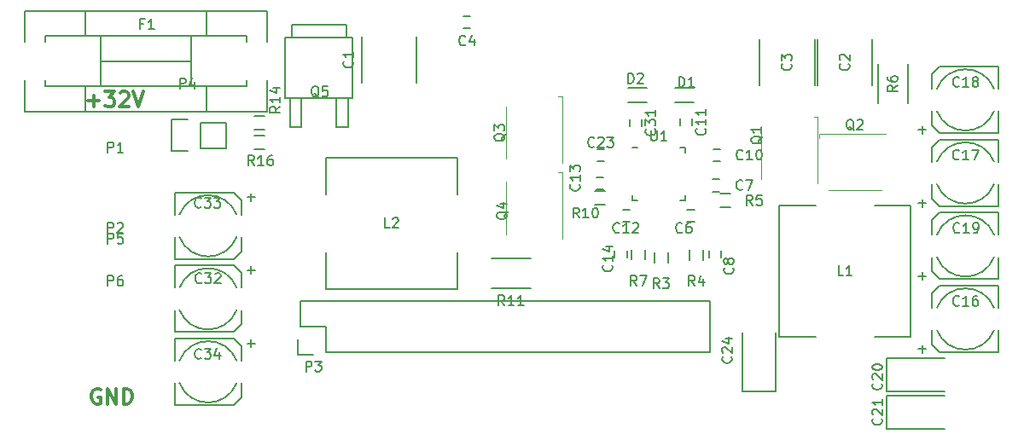
<source format=gbr>
G04 #@! TF.FileFunction,Legend,Top*
%FSLAX46Y46*%
G04 Gerber Fmt 4.6, Leading zero omitted, Abs format (unit mm)*
G04 Created by KiCad (PCBNEW 4.0.5+dfsg1-4) date Mon Feb 19 23:39:44 2018*
%MOMM*%
%LPD*%
G01*
G04 APERTURE LIST*
%ADD10C,0.100000*%
%ADD11C,0.300000*%
%ADD12C,0.150000*%
%ADD13C,0.120000*%
G04 APERTURE END LIST*
D10*
D11*
X96607144Y-107357143D02*
X97750001Y-107357143D01*
X97178572Y-107928571D02*
X97178572Y-106785714D01*
X98321430Y-106428571D02*
X99250001Y-106428571D01*
X98750001Y-107000000D01*
X98964287Y-107000000D01*
X99107144Y-107071429D01*
X99178573Y-107142857D01*
X99250001Y-107285714D01*
X99250001Y-107642857D01*
X99178573Y-107785714D01*
X99107144Y-107857143D01*
X98964287Y-107928571D01*
X98535715Y-107928571D01*
X98392858Y-107857143D01*
X98321430Y-107785714D01*
X99821429Y-106571429D02*
X99892858Y-106500000D01*
X100035715Y-106428571D01*
X100392858Y-106428571D01*
X100535715Y-106500000D01*
X100607144Y-106571429D01*
X100678572Y-106714286D01*
X100678572Y-106857143D01*
X100607144Y-107071429D01*
X99750001Y-107928571D01*
X100678572Y-107928571D01*
X101107143Y-106428571D02*
X101607143Y-107928571D01*
X102107143Y-106428571D01*
X97857143Y-136000000D02*
X97714286Y-135928571D01*
X97500000Y-135928571D01*
X97285715Y-136000000D01*
X97142857Y-136142857D01*
X97071429Y-136285714D01*
X97000000Y-136571429D01*
X97000000Y-136785714D01*
X97071429Y-137071429D01*
X97142857Y-137214286D01*
X97285715Y-137357143D01*
X97500000Y-137428571D01*
X97642857Y-137428571D01*
X97857143Y-137357143D01*
X97928572Y-137285714D01*
X97928572Y-136785714D01*
X97642857Y-136785714D01*
X98571429Y-137428571D02*
X98571429Y-135928571D01*
X99428572Y-137428571D01*
X99428572Y-135928571D01*
X100142858Y-137428571D02*
X100142858Y-135928571D01*
X100500001Y-135928571D01*
X100714286Y-136000000D01*
X100857144Y-136142857D01*
X100928572Y-136285714D01*
X101000001Y-136571429D01*
X101000001Y-136785714D01*
X100928572Y-137071429D01*
X100857144Y-137214286D01*
X100714286Y-137357143D01*
X100500001Y-137428571D01*
X100142858Y-137428571D01*
D12*
X104950000Y-112300000D02*
X106500000Y-112300000D01*
X110310000Y-112020000D02*
X107770000Y-112020000D01*
X107770000Y-112020000D02*
X107770000Y-109480000D01*
X106500000Y-109200000D02*
X104950000Y-109200000D01*
X104950000Y-109200000D02*
X104950000Y-112300000D01*
X107770000Y-109480000D02*
X110310000Y-109480000D01*
X110310000Y-109480000D02*
X110310000Y-112020000D01*
X96401260Y-100900640D02*
X96401260Y-98398740D01*
X96401260Y-108401260D02*
X96401260Y-105899360D01*
X108400220Y-108401260D02*
X108400220Y-105899360D01*
X108400220Y-98398740D02*
X108400220Y-100900640D01*
X97899860Y-103400000D02*
X106901620Y-103400000D01*
X97899860Y-100900640D02*
X97899860Y-105899360D01*
X106901620Y-100900640D02*
X106901620Y-105899360D01*
X112400720Y-101500080D02*
X112400720Y-100900640D01*
X92400760Y-105299920D02*
X92400760Y-105899360D01*
X92400760Y-105899360D02*
X112400720Y-105899360D01*
X112400720Y-105899360D02*
X112400720Y-105299920D01*
X112400720Y-100900640D02*
X92400760Y-100900640D01*
X92400760Y-100900640D02*
X92400760Y-101500080D01*
X114399700Y-101500080D02*
X114399700Y-98398740D01*
X90401780Y-105299920D02*
X90401780Y-108401260D01*
X90401780Y-108401260D02*
X114399700Y-108401260D01*
X114399700Y-108401260D02*
X114399700Y-105299920D01*
X114399700Y-98398740D02*
X90401780Y-98398740D01*
X90401780Y-98398740D02*
X90401780Y-101500080D01*
X158370000Y-127190000D02*
X117730000Y-127190000D01*
X120270000Y-132270000D02*
X158370000Y-132270000D01*
X158370000Y-127190000D02*
X158370000Y-132270000D01*
X117730000Y-127190000D02*
X117730000Y-129730000D01*
X117450000Y-131000000D02*
X117450000Y-132550000D01*
X117730000Y-129730000D02*
X120270000Y-129730000D01*
X120270000Y-129730000D02*
X120270000Y-132270000D01*
X117450000Y-132550000D02*
X119000000Y-132550000D01*
X116845580Y-101017020D02*
X116845580Y-99823220D01*
X116845580Y-99823220D02*
X122255780Y-99823220D01*
X122255780Y-99823220D02*
X122255780Y-101029720D01*
X121277880Y-107024120D02*
X121277880Y-109932420D01*
X122420880Y-109932420D02*
X122420880Y-107024120D01*
X121277880Y-109932420D02*
X122420880Y-109932420D01*
X116680480Y-109932420D02*
X117823480Y-109932420D01*
X117823480Y-109932420D02*
X117823480Y-107024120D01*
X116680480Y-107024120D02*
X116680480Y-109932420D01*
X122903480Y-107024120D02*
X122903480Y-101029720D01*
X122903480Y-101029720D02*
X116197880Y-101029720D01*
X116197880Y-101029720D02*
X116197880Y-107024120D01*
X122903480Y-107024120D02*
X116197880Y-107024120D01*
X114150000Y-110175000D02*
X113150000Y-110175000D01*
X113150000Y-108825000D02*
X114150000Y-108825000D01*
X113150000Y-110825000D02*
X114150000Y-110825000D01*
X114150000Y-112175000D02*
X113150000Y-112175000D01*
X123775000Y-100950000D02*
X123775000Y-105550000D01*
X129225000Y-105550000D02*
X129225000Y-100950000D01*
X169025000Y-101200000D02*
X169025000Y-105800000D01*
X174475000Y-105800000D02*
X174475000Y-101200000D01*
X163275000Y-101200000D02*
X163275000Y-105800000D01*
X168725000Y-105800000D02*
X168725000Y-101200000D01*
X134600000Y-100100000D02*
X133900000Y-100100000D01*
X133900000Y-98900000D02*
X134600000Y-98900000D01*
X156800000Y-119350000D02*
X156100000Y-119350000D01*
X156100000Y-118150000D02*
X156800000Y-118150000D01*
X158600000Y-115150000D02*
X159300000Y-115150000D01*
X159300000Y-116350000D02*
X158600000Y-116350000D01*
X159450000Y-122200000D02*
X159450000Y-122900000D01*
X158250000Y-122900000D02*
X158250000Y-122200000D01*
X158700000Y-112150000D02*
X159400000Y-112150000D01*
X159400000Y-113350000D02*
X158700000Y-113350000D01*
X155400000Y-109800000D02*
X155400000Y-109100000D01*
X156600000Y-109100000D02*
X156600000Y-109800000D01*
X149700000Y-118150000D02*
X150400000Y-118150000D01*
X150400000Y-119350000D02*
X149700000Y-119350000D01*
X147800000Y-116100000D02*
X147100000Y-116100000D01*
X147100000Y-114900000D02*
X147800000Y-114900000D01*
X150100000Y-122200000D02*
X150100000Y-122900000D01*
X148900000Y-122900000D02*
X148900000Y-122200000D01*
X180866978Y-130115262D02*
G75*
G03X186532100Y-130117600I2833022J1115262D01*
G01*
X186533022Y-127884738D02*
G75*
G03X180867900Y-127882400I-2833022J-1115262D01*
G01*
X180398000Y-131540000D02*
X180398000Y-130117600D01*
X187002000Y-132302000D02*
X187002000Y-130117600D01*
X187002000Y-125698000D02*
X187002000Y-127882400D01*
X180398000Y-126460000D02*
X180398000Y-127882400D01*
X187002000Y-132302000D02*
X181160000Y-132302000D01*
X181160000Y-132302000D02*
X180398000Y-131540000D01*
X180398000Y-126460000D02*
X181160000Y-125698000D01*
X181160000Y-125698000D02*
X187002000Y-125698000D01*
X180866978Y-115615262D02*
G75*
G03X186532100Y-115617600I2833022J1115262D01*
G01*
X186533022Y-113384738D02*
G75*
G03X180867900Y-113382400I-2833022J-1115262D01*
G01*
X180398000Y-117040000D02*
X180398000Y-115617600D01*
X187002000Y-117802000D02*
X187002000Y-115617600D01*
X187002000Y-111198000D02*
X187002000Y-113382400D01*
X180398000Y-111960000D02*
X180398000Y-113382400D01*
X187002000Y-117802000D02*
X181160000Y-117802000D01*
X181160000Y-117802000D02*
X180398000Y-117040000D01*
X180398000Y-111960000D02*
X181160000Y-111198000D01*
X181160000Y-111198000D02*
X187002000Y-111198000D01*
X180866978Y-108365262D02*
G75*
G03X186532100Y-108367600I2833022J1115262D01*
G01*
X186533022Y-106134738D02*
G75*
G03X180867900Y-106132400I-2833022J-1115262D01*
G01*
X180398000Y-109790000D02*
X180398000Y-108367600D01*
X187002000Y-110552000D02*
X187002000Y-108367600D01*
X187002000Y-103948000D02*
X187002000Y-106132400D01*
X180398000Y-104710000D02*
X180398000Y-106132400D01*
X187002000Y-110552000D02*
X181160000Y-110552000D01*
X181160000Y-110552000D02*
X180398000Y-109790000D01*
X180398000Y-104710000D02*
X181160000Y-103948000D01*
X181160000Y-103948000D02*
X187002000Y-103948000D01*
X180866978Y-122865262D02*
G75*
G03X186532100Y-122867600I2833022J1115262D01*
G01*
X186533022Y-120634738D02*
G75*
G03X180867900Y-120632400I-2833022J-1115262D01*
G01*
X180398000Y-124290000D02*
X180398000Y-122867600D01*
X187002000Y-125052000D02*
X187002000Y-122867600D01*
X187002000Y-118448000D02*
X187002000Y-120632400D01*
X180398000Y-119210000D02*
X180398000Y-120632400D01*
X187002000Y-125052000D02*
X181160000Y-125052000D01*
X181160000Y-125052000D02*
X180398000Y-124290000D01*
X180398000Y-119210000D02*
X181160000Y-118448000D01*
X181160000Y-118448000D02*
X187002000Y-118448000D01*
X175850000Y-132850000D02*
X181650000Y-132850000D01*
X175850000Y-136150000D02*
X181650000Y-136150000D01*
X175850000Y-132850000D02*
X175850000Y-136150000D01*
X175850000Y-136600000D02*
X181650000Y-136600000D01*
X175850000Y-139900000D02*
X181650000Y-139900000D01*
X175850000Y-136600000D02*
X175850000Y-139900000D01*
X147850000Y-113350000D02*
X147150000Y-113350000D01*
X147150000Y-112150000D02*
X147850000Y-112150000D01*
X161600000Y-136150000D02*
X161600000Y-130350000D01*
X164900000Y-136150000D02*
X164900000Y-130350000D01*
X161600000Y-136150000D02*
X164900000Y-136150000D01*
X151600000Y-109150000D02*
X151600000Y-109850000D01*
X150400000Y-109850000D02*
X150400000Y-109150000D01*
X111383022Y-125884738D02*
G75*
G03X105717900Y-125882400I-2833022J-1115262D01*
G01*
X105716978Y-128115262D02*
G75*
G03X111382100Y-128117600I2833022J1115262D01*
G01*
X111852000Y-124460000D02*
X111852000Y-125882400D01*
X105248000Y-123698000D02*
X105248000Y-125882400D01*
X105248000Y-130302000D02*
X105248000Y-128117600D01*
X111852000Y-129540000D02*
X111852000Y-128117600D01*
X105248000Y-123698000D02*
X111090000Y-123698000D01*
X111090000Y-123698000D02*
X111852000Y-124460000D01*
X111852000Y-129540000D02*
X111090000Y-130302000D01*
X111090000Y-130302000D02*
X105248000Y-130302000D01*
X111383022Y-118634738D02*
G75*
G03X105717900Y-118632400I-2833022J-1115262D01*
G01*
X105716978Y-120865262D02*
G75*
G03X111382100Y-120867600I2833022J1115262D01*
G01*
X111852000Y-117210000D02*
X111852000Y-118632400D01*
X105248000Y-116448000D02*
X105248000Y-118632400D01*
X105248000Y-123052000D02*
X105248000Y-120867600D01*
X111852000Y-122290000D02*
X111852000Y-120867600D01*
X105248000Y-116448000D02*
X111090000Y-116448000D01*
X111090000Y-116448000D02*
X111852000Y-117210000D01*
X111852000Y-122290000D02*
X111090000Y-123052000D01*
X111090000Y-123052000D02*
X105248000Y-123052000D01*
X111383022Y-133134738D02*
G75*
G03X105717900Y-133132400I-2833022J-1115262D01*
G01*
X105716978Y-135365262D02*
G75*
G03X111382100Y-135367600I2833022J1115262D01*
G01*
X111852000Y-131710000D02*
X111852000Y-133132400D01*
X105248000Y-130948000D02*
X105248000Y-133132400D01*
X105248000Y-137552000D02*
X105248000Y-135367600D01*
X111852000Y-136790000D02*
X111852000Y-135367600D01*
X105248000Y-130948000D02*
X111090000Y-130948000D01*
X111090000Y-130948000D02*
X111852000Y-131710000D01*
X111852000Y-136790000D02*
X111090000Y-137552000D01*
X111090000Y-137552000D02*
X105248000Y-137552000D01*
X154900000Y-107450000D02*
X156700000Y-107450000D01*
X154900000Y-106050000D02*
X156700000Y-106050000D01*
X152050000Y-106050000D02*
X150250000Y-106050000D01*
X152050000Y-107450000D02*
X150250000Y-107450000D01*
X168850000Y-117750000D02*
X165250000Y-117750000D01*
X165250000Y-117750000D02*
X165250000Y-130750000D01*
X165250000Y-130750000D02*
X168850000Y-130750000D01*
X174650000Y-117750000D02*
X178250000Y-117750000D01*
X178250000Y-117750000D02*
X178250000Y-130750000D01*
X178250000Y-130750000D02*
X174650000Y-130750000D01*
X133250000Y-116600000D02*
X133250000Y-113000000D01*
X133250000Y-113000000D02*
X120250000Y-113000000D01*
X120250000Y-113000000D02*
X120250000Y-116600000D01*
X133250000Y-122400000D02*
X133250000Y-126000000D01*
X133250000Y-126000000D02*
X120250000Y-126000000D01*
X120250000Y-126000000D02*
X120250000Y-122400000D01*
D13*
X169050000Y-108900000D02*
X168650000Y-108900000D01*
X169050000Y-115500000D02*
X169050000Y-108900000D01*
X163450000Y-115100000D02*
X163450000Y-109900000D01*
X169150000Y-110610000D02*
X169150000Y-111010000D01*
X175750000Y-110610000D02*
X169150000Y-110610000D01*
X175350000Y-116210000D02*
X170150000Y-116210000D01*
X143710000Y-106900000D02*
X143310000Y-106900000D01*
X143710000Y-113500000D02*
X143710000Y-106900000D01*
X138110000Y-113100000D02*
X138110000Y-107900000D01*
X143710000Y-114400000D02*
X143310000Y-114400000D01*
X143710000Y-121000000D02*
X143710000Y-114400000D01*
X138110000Y-120600000D02*
X138110000Y-115400000D01*
D12*
X152825000Y-123400000D02*
X152825000Y-122400000D01*
X154175000Y-122400000D02*
X154175000Y-123400000D01*
X157675000Y-122150000D02*
X157675000Y-123150000D01*
X156325000Y-123150000D02*
X156325000Y-122150000D01*
X159350000Y-116575000D02*
X160350000Y-116575000D01*
X160350000Y-117925000D02*
X159350000Y-117925000D01*
X177975000Y-103700000D02*
X177975000Y-107600000D01*
X175025000Y-107600000D02*
X175025000Y-103700000D01*
X151925000Y-122100000D02*
X151925000Y-123100000D01*
X150575000Y-123100000D02*
X150575000Y-122100000D01*
X146900000Y-116325000D02*
X147900000Y-116325000D01*
X147900000Y-117675000D02*
X146900000Y-117675000D01*
X136650000Y-123025000D02*
X140550000Y-123025000D01*
X140550000Y-125975000D02*
X136650000Y-125975000D01*
X155875000Y-111975000D02*
X155875000Y-112500000D01*
X150625000Y-117225000D02*
X150625000Y-116700000D01*
X155875000Y-117225000D02*
X155875000Y-116700000D01*
X150625000Y-111975000D02*
X151150000Y-111975000D01*
X150625000Y-117225000D02*
X151150000Y-117225000D01*
X155875000Y-117225000D02*
X155350000Y-117225000D01*
X155875000Y-111975000D02*
X155350000Y-111975000D01*
X105761905Y-106102381D02*
X105761905Y-105102381D01*
X106142858Y-105102381D01*
X106238096Y-105150000D01*
X106285715Y-105197619D01*
X106333334Y-105292857D01*
X106333334Y-105435714D01*
X106285715Y-105530952D01*
X106238096Y-105578571D01*
X106142858Y-105626190D01*
X105761905Y-105626190D01*
X107190477Y-105435714D02*
X107190477Y-106102381D01*
X106952381Y-105054762D02*
X106714286Y-105769048D01*
X107333334Y-105769048D01*
X102166667Y-99678571D02*
X101833333Y-99678571D01*
X101833333Y-100202381D02*
X101833333Y-99202381D01*
X102309524Y-99202381D01*
X103214286Y-100202381D02*
X102642857Y-100202381D01*
X102928571Y-100202381D02*
X102928571Y-99202381D01*
X102833333Y-99345238D01*
X102738095Y-99440476D01*
X102642857Y-99488095D01*
X118261905Y-134202381D02*
X118261905Y-133202381D01*
X118642858Y-133202381D01*
X118738096Y-133250000D01*
X118785715Y-133297619D01*
X118833334Y-133392857D01*
X118833334Y-133535714D01*
X118785715Y-133630952D01*
X118738096Y-133678571D01*
X118642858Y-133726190D01*
X118261905Y-133726190D01*
X119166667Y-133202381D02*
X119785715Y-133202381D01*
X119452381Y-133583333D01*
X119595239Y-133583333D01*
X119690477Y-133630952D01*
X119738096Y-133678571D01*
X119785715Y-133773810D01*
X119785715Y-134011905D01*
X119738096Y-134107143D01*
X119690477Y-134154762D01*
X119595239Y-134202381D01*
X119309524Y-134202381D01*
X119214286Y-134154762D01*
X119166667Y-134107143D01*
X119554502Y-106997699D02*
X119459264Y-106950080D01*
X119364026Y-106854842D01*
X119221169Y-106711985D01*
X119125930Y-106664366D01*
X119030692Y-106664366D01*
X119078311Y-106902461D02*
X118983073Y-106854842D01*
X118887835Y-106759604D01*
X118840216Y-106569128D01*
X118840216Y-106235794D01*
X118887835Y-106045318D01*
X118983073Y-105950080D01*
X119078311Y-105902461D01*
X119268788Y-105902461D01*
X119364026Y-105950080D01*
X119459264Y-106045318D01*
X119506883Y-106235794D01*
X119506883Y-106569128D01*
X119459264Y-106759604D01*
X119364026Y-106854842D01*
X119268788Y-106902461D01*
X119078311Y-106902461D01*
X120411645Y-105902461D02*
X119935454Y-105902461D01*
X119887835Y-106378651D01*
X119935454Y-106331032D01*
X120030692Y-106283413D01*
X120268788Y-106283413D01*
X120364026Y-106331032D01*
X120411645Y-106378651D01*
X120459264Y-106473890D01*
X120459264Y-106711985D01*
X120411645Y-106807223D01*
X120364026Y-106854842D01*
X120268788Y-106902461D01*
X120030692Y-106902461D01*
X119935454Y-106854842D01*
X119887835Y-106807223D01*
X115702381Y-107892857D02*
X115226190Y-108226191D01*
X115702381Y-108464286D02*
X114702381Y-108464286D01*
X114702381Y-108083333D01*
X114750000Y-107988095D01*
X114797619Y-107940476D01*
X114892857Y-107892857D01*
X115035714Y-107892857D01*
X115130952Y-107940476D01*
X115178571Y-107988095D01*
X115226190Y-108083333D01*
X115226190Y-108464286D01*
X115702381Y-106940476D02*
X115702381Y-107511905D01*
X115702381Y-107226191D02*
X114702381Y-107226191D01*
X114845238Y-107321429D01*
X114940476Y-107416667D01*
X114988095Y-107511905D01*
X115035714Y-106083333D02*
X115702381Y-106083333D01*
X114654762Y-106321429D02*
X115369048Y-106559524D01*
X115369048Y-105940476D01*
X113107143Y-113752381D02*
X112773809Y-113276190D01*
X112535714Y-113752381D02*
X112535714Y-112752381D01*
X112916667Y-112752381D01*
X113011905Y-112800000D01*
X113059524Y-112847619D01*
X113107143Y-112942857D01*
X113107143Y-113085714D01*
X113059524Y-113180952D01*
X113011905Y-113228571D01*
X112916667Y-113276190D01*
X112535714Y-113276190D01*
X114059524Y-113752381D02*
X113488095Y-113752381D01*
X113773809Y-113752381D02*
X113773809Y-112752381D01*
X113678571Y-112895238D01*
X113583333Y-112990476D01*
X113488095Y-113038095D01*
X114916667Y-112752381D02*
X114726190Y-112752381D01*
X114630952Y-112800000D01*
X114583333Y-112847619D01*
X114488095Y-112990476D01*
X114440476Y-113180952D01*
X114440476Y-113561905D01*
X114488095Y-113657143D01*
X114535714Y-113704762D01*
X114630952Y-113752381D01*
X114821429Y-113752381D01*
X114916667Y-113704762D01*
X114964286Y-113657143D01*
X115011905Y-113561905D01*
X115011905Y-113323810D01*
X114964286Y-113228571D01*
X114916667Y-113180952D01*
X114821429Y-113133333D01*
X114630952Y-113133333D01*
X114535714Y-113180952D01*
X114488095Y-113228571D01*
X114440476Y-113323810D01*
X98611905Y-112452381D02*
X98611905Y-111452381D01*
X98992858Y-111452381D01*
X99088096Y-111500000D01*
X99135715Y-111547619D01*
X99183334Y-111642857D01*
X99183334Y-111785714D01*
X99135715Y-111880952D01*
X99088096Y-111928571D01*
X98992858Y-111976190D01*
X98611905Y-111976190D01*
X100135715Y-112452381D02*
X99564286Y-112452381D01*
X99850000Y-112452381D02*
X99850000Y-111452381D01*
X99754762Y-111595238D01*
X99659524Y-111690476D01*
X99564286Y-111738095D01*
X98611905Y-120452381D02*
X98611905Y-119452381D01*
X98992858Y-119452381D01*
X99088096Y-119500000D01*
X99135715Y-119547619D01*
X99183334Y-119642857D01*
X99183334Y-119785714D01*
X99135715Y-119880952D01*
X99088096Y-119928571D01*
X98992858Y-119976190D01*
X98611905Y-119976190D01*
X99564286Y-119547619D02*
X99611905Y-119500000D01*
X99707143Y-119452381D01*
X99945239Y-119452381D01*
X100040477Y-119500000D01*
X100088096Y-119547619D01*
X100135715Y-119642857D01*
X100135715Y-119738095D01*
X100088096Y-119880952D01*
X99516667Y-120452381D01*
X100135715Y-120452381D01*
X98611905Y-121515381D02*
X98611905Y-120515381D01*
X98992858Y-120515381D01*
X99088096Y-120563000D01*
X99135715Y-120610619D01*
X99183334Y-120705857D01*
X99183334Y-120848714D01*
X99135715Y-120943952D01*
X99088096Y-120991571D01*
X98992858Y-121039190D01*
X98611905Y-121039190D01*
X100088096Y-120515381D02*
X99611905Y-120515381D01*
X99564286Y-120991571D01*
X99611905Y-120943952D01*
X99707143Y-120896333D01*
X99945239Y-120896333D01*
X100040477Y-120943952D01*
X100088096Y-120991571D01*
X100135715Y-121086810D01*
X100135715Y-121324905D01*
X100088096Y-121420143D01*
X100040477Y-121467762D01*
X99945239Y-121515381D01*
X99707143Y-121515381D01*
X99611905Y-121467762D01*
X99564286Y-121420143D01*
X98611905Y-125702381D02*
X98611905Y-124702381D01*
X98992858Y-124702381D01*
X99088096Y-124750000D01*
X99135715Y-124797619D01*
X99183334Y-124892857D01*
X99183334Y-125035714D01*
X99135715Y-125130952D01*
X99088096Y-125178571D01*
X98992858Y-125226190D01*
X98611905Y-125226190D01*
X100040477Y-124702381D02*
X99850000Y-124702381D01*
X99754762Y-124750000D01*
X99707143Y-124797619D01*
X99611905Y-124940476D01*
X99564286Y-125130952D01*
X99564286Y-125511905D01*
X99611905Y-125607143D01*
X99659524Y-125654762D01*
X99754762Y-125702381D01*
X99945239Y-125702381D01*
X100040477Y-125654762D01*
X100088096Y-125607143D01*
X100135715Y-125511905D01*
X100135715Y-125273810D01*
X100088096Y-125178571D01*
X100040477Y-125130952D01*
X99945239Y-125083333D01*
X99754762Y-125083333D01*
X99659524Y-125130952D01*
X99611905Y-125178571D01*
X99564286Y-125273810D01*
X122857143Y-103416666D02*
X122904762Y-103464285D01*
X122952381Y-103607142D01*
X122952381Y-103702380D01*
X122904762Y-103845238D01*
X122809524Y-103940476D01*
X122714286Y-103988095D01*
X122523810Y-104035714D01*
X122380952Y-104035714D01*
X122190476Y-103988095D01*
X122095238Y-103940476D01*
X122000000Y-103845238D01*
X121952381Y-103702380D01*
X121952381Y-103607142D01*
X122000000Y-103464285D01*
X122047619Y-103416666D01*
X122952381Y-102464285D02*
X122952381Y-103035714D01*
X122952381Y-102750000D02*
X121952381Y-102750000D01*
X122095238Y-102845238D01*
X122190476Y-102940476D01*
X122238095Y-103035714D01*
X172107143Y-103666666D02*
X172154762Y-103714285D01*
X172202381Y-103857142D01*
X172202381Y-103952380D01*
X172154762Y-104095238D01*
X172059524Y-104190476D01*
X171964286Y-104238095D01*
X171773810Y-104285714D01*
X171630952Y-104285714D01*
X171440476Y-104238095D01*
X171345238Y-104190476D01*
X171250000Y-104095238D01*
X171202381Y-103952380D01*
X171202381Y-103857142D01*
X171250000Y-103714285D01*
X171297619Y-103666666D01*
X171297619Y-103285714D02*
X171250000Y-103238095D01*
X171202381Y-103142857D01*
X171202381Y-102904761D01*
X171250000Y-102809523D01*
X171297619Y-102761904D01*
X171392857Y-102714285D01*
X171488095Y-102714285D01*
X171630952Y-102761904D01*
X172202381Y-103333333D01*
X172202381Y-102714285D01*
X166357143Y-103666666D02*
X166404762Y-103714285D01*
X166452381Y-103857142D01*
X166452381Y-103952380D01*
X166404762Y-104095238D01*
X166309524Y-104190476D01*
X166214286Y-104238095D01*
X166023810Y-104285714D01*
X165880952Y-104285714D01*
X165690476Y-104238095D01*
X165595238Y-104190476D01*
X165500000Y-104095238D01*
X165452381Y-103952380D01*
X165452381Y-103857142D01*
X165500000Y-103714285D01*
X165547619Y-103666666D01*
X165452381Y-103333333D02*
X165452381Y-102714285D01*
X165833333Y-103047619D01*
X165833333Y-102904761D01*
X165880952Y-102809523D01*
X165928571Y-102761904D01*
X166023810Y-102714285D01*
X166261905Y-102714285D01*
X166357143Y-102761904D01*
X166404762Y-102809523D01*
X166452381Y-102904761D01*
X166452381Y-103190476D01*
X166404762Y-103285714D01*
X166357143Y-103333333D01*
X134083334Y-101757143D02*
X134035715Y-101804762D01*
X133892858Y-101852381D01*
X133797620Y-101852381D01*
X133654762Y-101804762D01*
X133559524Y-101709524D01*
X133511905Y-101614286D01*
X133464286Y-101423810D01*
X133464286Y-101280952D01*
X133511905Y-101090476D01*
X133559524Y-100995238D01*
X133654762Y-100900000D01*
X133797620Y-100852381D01*
X133892858Y-100852381D01*
X134035715Y-100900000D01*
X134083334Y-100947619D01*
X134940477Y-101185714D02*
X134940477Y-101852381D01*
X134702381Y-100804762D02*
X134464286Y-101519048D01*
X135083334Y-101519048D01*
X155583334Y-120357143D02*
X155535715Y-120404762D01*
X155392858Y-120452381D01*
X155297620Y-120452381D01*
X155154762Y-120404762D01*
X155059524Y-120309524D01*
X155011905Y-120214286D01*
X154964286Y-120023810D01*
X154964286Y-119880952D01*
X155011905Y-119690476D01*
X155059524Y-119595238D01*
X155154762Y-119500000D01*
X155297620Y-119452381D01*
X155392858Y-119452381D01*
X155535715Y-119500000D01*
X155583334Y-119547619D01*
X156440477Y-119452381D02*
X156250000Y-119452381D01*
X156154762Y-119500000D01*
X156107143Y-119547619D01*
X156011905Y-119690476D01*
X155964286Y-119880952D01*
X155964286Y-120261905D01*
X156011905Y-120357143D01*
X156059524Y-120404762D01*
X156154762Y-120452381D01*
X156345239Y-120452381D01*
X156440477Y-120404762D01*
X156488096Y-120357143D01*
X156535715Y-120261905D01*
X156535715Y-120023810D01*
X156488096Y-119928571D01*
X156440477Y-119880952D01*
X156345239Y-119833333D01*
X156154762Y-119833333D01*
X156059524Y-119880952D01*
X156011905Y-119928571D01*
X155964286Y-120023810D01*
X161583334Y-116107143D02*
X161535715Y-116154762D01*
X161392858Y-116202381D01*
X161297620Y-116202381D01*
X161154762Y-116154762D01*
X161059524Y-116059524D01*
X161011905Y-115964286D01*
X160964286Y-115773810D01*
X160964286Y-115630952D01*
X161011905Y-115440476D01*
X161059524Y-115345238D01*
X161154762Y-115250000D01*
X161297620Y-115202381D01*
X161392858Y-115202381D01*
X161535715Y-115250000D01*
X161583334Y-115297619D01*
X161916667Y-115202381D02*
X162583334Y-115202381D01*
X162154762Y-116202381D01*
X160607143Y-123916666D02*
X160654762Y-123964285D01*
X160702381Y-124107142D01*
X160702381Y-124202380D01*
X160654762Y-124345238D01*
X160559524Y-124440476D01*
X160464286Y-124488095D01*
X160273810Y-124535714D01*
X160130952Y-124535714D01*
X159940476Y-124488095D01*
X159845238Y-124440476D01*
X159750000Y-124345238D01*
X159702381Y-124202380D01*
X159702381Y-124107142D01*
X159750000Y-123964285D01*
X159797619Y-123916666D01*
X160130952Y-123345238D02*
X160083333Y-123440476D01*
X160035714Y-123488095D01*
X159940476Y-123535714D01*
X159892857Y-123535714D01*
X159797619Y-123488095D01*
X159750000Y-123440476D01*
X159702381Y-123345238D01*
X159702381Y-123154761D01*
X159750000Y-123059523D01*
X159797619Y-123011904D01*
X159892857Y-122964285D01*
X159940476Y-122964285D01*
X160035714Y-123011904D01*
X160083333Y-123059523D01*
X160130952Y-123154761D01*
X160130952Y-123345238D01*
X160178571Y-123440476D01*
X160226190Y-123488095D01*
X160321429Y-123535714D01*
X160511905Y-123535714D01*
X160607143Y-123488095D01*
X160654762Y-123440476D01*
X160702381Y-123345238D01*
X160702381Y-123154761D01*
X160654762Y-123059523D01*
X160607143Y-123011904D01*
X160511905Y-122964285D01*
X160321429Y-122964285D01*
X160226190Y-123011904D01*
X160178571Y-123059523D01*
X160130952Y-123154761D01*
X161607143Y-113107143D02*
X161559524Y-113154762D01*
X161416667Y-113202381D01*
X161321429Y-113202381D01*
X161178571Y-113154762D01*
X161083333Y-113059524D01*
X161035714Y-112964286D01*
X160988095Y-112773810D01*
X160988095Y-112630952D01*
X161035714Y-112440476D01*
X161083333Y-112345238D01*
X161178571Y-112250000D01*
X161321429Y-112202381D01*
X161416667Y-112202381D01*
X161559524Y-112250000D01*
X161607143Y-112297619D01*
X162559524Y-113202381D02*
X161988095Y-113202381D01*
X162273809Y-113202381D02*
X162273809Y-112202381D01*
X162178571Y-112345238D01*
X162083333Y-112440476D01*
X161988095Y-112488095D01*
X163178571Y-112202381D02*
X163273810Y-112202381D01*
X163369048Y-112250000D01*
X163416667Y-112297619D01*
X163464286Y-112392857D01*
X163511905Y-112583333D01*
X163511905Y-112821429D01*
X163464286Y-113011905D01*
X163416667Y-113107143D01*
X163369048Y-113154762D01*
X163273810Y-113202381D01*
X163178571Y-113202381D01*
X163083333Y-113154762D01*
X163035714Y-113107143D01*
X162988095Y-113011905D01*
X162940476Y-112821429D01*
X162940476Y-112583333D01*
X162988095Y-112392857D01*
X163035714Y-112297619D01*
X163083333Y-112250000D01*
X163178571Y-112202381D01*
X157857143Y-110092857D02*
X157904762Y-110140476D01*
X157952381Y-110283333D01*
X157952381Y-110378571D01*
X157904762Y-110521429D01*
X157809524Y-110616667D01*
X157714286Y-110664286D01*
X157523810Y-110711905D01*
X157380952Y-110711905D01*
X157190476Y-110664286D01*
X157095238Y-110616667D01*
X157000000Y-110521429D01*
X156952381Y-110378571D01*
X156952381Y-110283333D01*
X157000000Y-110140476D01*
X157047619Y-110092857D01*
X157952381Y-109140476D02*
X157952381Y-109711905D01*
X157952381Y-109426191D02*
X156952381Y-109426191D01*
X157095238Y-109521429D01*
X157190476Y-109616667D01*
X157238095Y-109711905D01*
X157952381Y-108188095D02*
X157952381Y-108759524D01*
X157952381Y-108473810D02*
X156952381Y-108473810D01*
X157095238Y-108569048D01*
X157190476Y-108664286D01*
X157238095Y-108759524D01*
X149357143Y-120357143D02*
X149309524Y-120404762D01*
X149166667Y-120452381D01*
X149071429Y-120452381D01*
X148928571Y-120404762D01*
X148833333Y-120309524D01*
X148785714Y-120214286D01*
X148738095Y-120023810D01*
X148738095Y-119880952D01*
X148785714Y-119690476D01*
X148833333Y-119595238D01*
X148928571Y-119500000D01*
X149071429Y-119452381D01*
X149166667Y-119452381D01*
X149309524Y-119500000D01*
X149357143Y-119547619D01*
X150309524Y-120452381D02*
X149738095Y-120452381D01*
X150023809Y-120452381D02*
X150023809Y-119452381D01*
X149928571Y-119595238D01*
X149833333Y-119690476D01*
X149738095Y-119738095D01*
X150690476Y-119547619D02*
X150738095Y-119500000D01*
X150833333Y-119452381D01*
X151071429Y-119452381D01*
X151166667Y-119500000D01*
X151214286Y-119547619D01*
X151261905Y-119642857D01*
X151261905Y-119738095D01*
X151214286Y-119880952D01*
X150642857Y-120452381D01*
X151261905Y-120452381D01*
X145357143Y-115642857D02*
X145404762Y-115690476D01*
X145452381Y-115833333D01*
X145452381Y-115928571D01*
X145404762Y-116071429D01*
X145309524Y-116166667D01*
X145214286Y-116214286D01*
X145023810Y-116261905D01*
X144880952Y-116261905D01*
X144690476Y-116214286D01*
X144595238Y-116166667D01*
X144500000Y-116071429D01*
X144452381Y-115928571D01*
X144452381Y-115833333D01*
X144500000Y-115690476D01*
X144547619Y-115642857D01*
X145452381Y-114690476D02*
X145452381Y-115261905D01*
X145452381Y-114976191D02*
X144452381Y-114976191D01*
X144595238Y-115071429D01*
X144690476Y-115166667D01*
X144738095Y-115261905D01*
X144452381Y-114357143D02*
X144452381Y-113738095D01*
X144833333Y-114071429D01*
X144833333Y-113928571D01*
X144880952Y-113833333D01*
X144928571Y-113785714D01*
X145023810Y-113738095D01*
X145261905Y-113738095D01*
X145357143Y-113785714D01*
X145404762Y-113833333D01*
X145452381Y-113928571D01*
X145452381Y-114214286D01*
X145404762Y-114309524D01*
X145357143Y-114357143D01*
X148607143Y-123642857D02*
X148654762Y-123690476D01*
X148702381Y-123833333D01*
X148702381Y-123928571D01*
X148654762Y-124071429D01*
X148559524Y-124166667D01*
X148464286Y-124214286D01*
X148273810Y-124261905D01*
X148130952Y-124261905D01*
X147940476Y-124214286D01*
X147845238Y-124166667D01*
X147750000Y-124071429D01*
X147702381Y-123928571D01*
X147702381Y-123833333D01*
X147750000Y-123690476D01*
X147797619Y-123642857D01*
X148702381Y-122690476D02*
X148702381Y-123261905D01*
X148702381Y-122976191D02*
X147702381Y-122976191D01*
X147845238Y-123071429D01*
X147940476Y-123166667D01*
X147988095Y-123261905D01*
X148035714Y-121833333D02*
X148702381Y-121833333D01*
X147654762Y-122071429D02*
X148369048Y-122309524D01*
X148369048Y-121690476D01*
X183057143Y-127607143D02*
X183009524Y-127654762D01*
X182866667Y-127702381D01*
X182771429Y-127702381D01*
X182628571Y-127654762D01*
X182533333Y-127559524D01*
X182485714Y-127464286D01*
X182438095Y-127273810D01*
X182438095Y-127130952D01*
X182485714Y-126940476D01*
X182533333Y-126845238D01*
X182628571Y-126750000D01*
X182771429Y-126702381D01*
X182866667Y-126702381D01*
X183009524Y-126750000D01*
X183057143Y-126797619D01*
X184009524Y-127702381D02*
X183438095Y-127702381D01*
X183723809Y-127702381D02*
X183723809Y-126702381D01*
X183628571Y-126845238D01*
X183533333Y-126940476D01*
X183438095Y-126988095D01*
X184866667Y-126702381D02*
X184676190Y-126702381D01*
X184580952Y-126750000D01*
X184533333Y-126797619D01*
X184438095Y-126940476D01*
X184390476Y-127130952D01*
X184390476Y-127511905D01*
X184438095Y-127607143D01*
X184485714Y-127654762D01*
X184580952Y-127702381D01*
X184771429Y-127702381D01*
X184866667Y-127654762D01*
X184914286Y-127607143D01*
X184961905Y-127511905D01*
X184961905Y-127273810D01*
X184914286Y-127178571D01*
X184866667Y-127130952D01*
X184771429Y-127083333D01*
X184580952Y-127083333D01*
X184485714Y-127130952D01*
X184438095Y-127178571D01*
X184390476Y-127273810D01*
X179039148Y-131979729D02*
X179801053Y-131979729D01*
X179420101Y-132360681D02*
X179420101Y-131598776D01*
X183057143Y-113107143D02*
X183009524Y-113154762D01*
X182866667Y-113202381D01*
X182771429Y-113202381D01*
X182628571Y-113154762D01*
X182533333Y-113059524D01*
X182485714Y-112964286D01*
X182438095Y-112773810D01*
X182438095Y-112630952D01*
X182485714Y-112440476D01*
X182533333Y-112345238D01*
X182628571Y-112250000D01*
X182771429Y-112202381D01*
X182866667Y-112202381D01*
X183009524Y-112250000D01*
X183057143Y-112297619D01*
X184009524Y-113202381D02*
X183438095Y-113202381D01*
X183723809Y-113202381D02*
X183723809Y-112202381D01*
X183628571Y-112345238D01*
X183533333Y-112440476D01*
X183438095Y-112488095D01*
X184342857Y-112202381D02*
X185009524Y-112202381D01*
X184580952Y-113202381D01*
X179039148Y-117479729D02*
X179801053Y-117479729D01*
X179420101Y-117860681D02*
X179420101Y-117098776D01*
X183057143Y-105857143D02*
X183009524Y-105904762D01*
X182866667Y-105952381D01*
X182771429Y-105952381D01*
X182628571Y-105904762D01*
X182533333Y-105809524D01*
X182485714Y-105714286D01*
X182438095Y-105523810D01*
X182438095Y-105380952D01*
X182485714Y-105190476D01*
X182533333Y-105095238D01*
X182628571Y-105000000D01*
X182771429Y-104952381D01*
X182866667Y-104952381D01*
X183009524Y-105000000D01*
X183057143Y-105047619D01*
X184009524Y-105952381D02*
X183438095Y-105952381D01*
X183723809Y-105952381D02*
X183723809Y-104952381D01*
X183628571Y-105095238D01*
X183533333Y-105190476D01*
X183438095Y-105238095D01*
X184580952Y-105380952D02*
X184485714Y-105333333D01*
X184438095Y-105285714D01*
X184390476Y-105190476D01*
X184390476Y-105142857D01*
X184438095Y-105047619D01*
X184485714Y-105000000D01*
X184580952Y-104952381D01*
X184771429Y-104952381D01*
X184866667Y-105000000D01*
X184914286Y-105047619D01*
X184961905Y-105142857D01*
X184961905Y-105190476D01*
X184914286Y-105285714D01*
X184866667Y-105333333D01*
X184771429Y-105380952D01*
X184580952Y-105380952D01*
X184485714Y-105428571D01*
X184438095Y-105476190D01*
X184390476Y-105571429D01*
X184390476Y-105761905D01*
X184438095Y-105857143D01*
X184485714Y-105904762D01*
X184580952Y-105952381D01*
X184771429Y-105952381D01*
X184866667Y-105904762D01*
X184914286Y-105857143D01*
X184961905Y-105761905D01*
X184961905Y-105571429D01*
X184914286Y-105476190D01*
X184866667Y-105428571D01*
X184771429Y-105380952D01*
X179039148Y-110229729D02*
X179801053Y-110229729D01*
X179420101Y-110610681D02*
X179420101Y-109848776D01*
X183107143Y-120357143D02*
X183059524Y-120404762D01*
X182916667Y-120452381D01*
X182821429Y-120452381D01*
X182678571Y-120404762D01*
X182583333Y-120309524D01*
X182535714Y-120214286D01*
X182488095Y-120023810D01*
X182488095Y-119880952D01*
X182535714Y-119690476D01*
X182583333Y-119595238D01*
X182678571Y-119500000D01*
X182821429Y-119452381D01*
X182916667Y-119452381D01*
X183059524Y-119500000D01*
X183107143Y-119547619D01*
X184059524Y-120452381D02*
X183488095Y-120452381D01*
X183773809Y-120452381D02*
X183773809Y-119452381D01*
X183678571Y-119595238D01*
X183583333Y-119690476D01*
X183488095Y-119738095D01*
X184535714Y-120452381D02*
X184726190Y-120452381D01*
X184821429Y-120404762D01*
X184869048Y-120357143D01*
X184964286Y-120214286D01*
X185011905Y-120023810D01*
X185011905Y-119642857D01*
X184964286Y-119547619D01*
X184916667Y-119500000D01*
X184821429Y-119452381D01*
X184630952Y-119452381D01*
X184535714Y-119500000D01*
X184488095Y-119547619D01*
X184440476Y-119642857D01*
X184440476Y-119880952D01*
X184488095Y-119976190D01*
X184535714Y-120023810D01*
X184630952Y-120071429D01*
X184821429Y-120071429D01*
X184916667Y-120023810D01*
X184964286Y-119976190D01*
X185011905Y-119880952D01*
X179039148Y-124729729D02*
X179801053Y-124729729D01*
X179420101Y-125110681D02*
X179420101Y-124348776D01*
X175357143Y-135392857D02*
X175404762Y-135440476D01*
X175452381Y-135583333D01*
X175452381Y-135678571D01*
X175404762Y-135821429D01*
X175309524Y-135916667D01*
X175214286Y-135964286D01*
X175023810Y-136011905D01*
X174880952Y-136011905D01*
X174690476Y-135964286D01*
X174595238Y-135916667D01*
X174500000Y-135821429D01*
X174452381Y-135678571D01*
X174452381Y-135583333D01*
X174500000Y-135440476D01*
X174547619Y-135392857D01*
X174547619Y-135011905D02*
X174500000Y-134964286D01*
X174452381Y-134869048D01*
X174452381Y-134630952D01*
X174500000Y-134535714D01*
X174547619Y-134488095D01*
X174642857Y-134440476D01*
X174738095Y-134440476D01*
X174880952Y-134488095D01*
X175452381Y-135059524D01*
X175452381Y-134440476D01*
X174452381Y-133821429D02*
X174452381Y-133726190D01*
X174500000Y-133630952D01*
X174547619Y-133583333D01*
X174642857Y-133535714D01*
X174833333Y-133488095D01*
X175071429Y-133488095D01*
X175261905Y-133535714D01*
X175357143Y-133583333D01*
X175404762Y-133630952D01*
X175452381Y-133726190D01*
X175452381Y-133821429D01*
X175404762Y-133916667D01*
X175357143Y-133964286D01*
X175261905Y-134011905D01*
X175071429Y-134059524D01*
X174833333Y-134059524D01*
X174642857Y-134011905D01*
X174547619Y-133964286D01*
X174500000Y-133916667D01*
X174452381Y-133821429D01*
X175357143Y-138892857D02*
X175404762Y-138940476D01*
X175452381Y-139083333D01*
X175452381Y-139178571D01*
X175404762Y-139321429D01*
X175309524Y-139416667D01*
X175214286Y-139464286D01*
X175023810Y-139511905D01*
X174880952Y-139511905D01*
X174690476Y-139464286D01*
X174595238Y-139416667D01*
X174500000Y-139321429D01*
X174452381Y-139178571D01*
X174452381Y-139083333D01*
X174500000Y-138940476D01*
X174547619Y-138892857D01*
X174547619Y-138511905D02*
X174500000Y-138464286D01*
X174452381Y-138369048D01*
X174452381Y-138130952D01*
X174500000Y-138035714D01*
X174547619Y-137988095D01*
X174642857Y-137940476D01*
X174738095Y-137940476D01*
X174880952Y-137988095D01*
X175452381Y-138559524D01*
X175452381Y-137940476D01*
X175452381Y-136988095D02*
X175452381Y-137559524D01*
X175452381Y-137273810D02*
X174452381Y-137273810D01*
X174595238Y-137369048D01*
X174690476Y-137464286D01*
X174738095Y-137559524D01*
X146857143Y-111857143D02*
X146809524Y-111904762D01*
X146666667Y-111952381D01*
X146571429Y-111952381D01*
X146428571Y-111904762D01*
X146333333Y-111809524D01*
X146285714Y-111714286D01*
X146238095Y-111523810D01*
X146238095Y-111380952D01*
X146285714Y-111190476D01*
X146333333Y-111095238D01*
X146428571Y-111000000D01*
X146571429Y-110952381D01*
X146666667Y-110952381D01*
X146809524Y-111000000D01*
X146857143Y-111047619D01*
X147238095Y-111047619D02*
X147285714Y-111000000D01*
X147380952Y-110952381D01*
X147619048Y-110952381D01*
X147714286Y-111000000D01*
X147761905Y-111047619D01*
X147809524Y-111142857D01*
X147809524Y-111238095D01*
X147761905Y-111380952D01*
X147190476Y-111952381D01*
X147809524Y-111952381D01*
X148142857Y-110952381D02*
X148761905Y-110952381D01*
X148428571Y-111333333D01*
X148571429Y-111333333D01*
X148666667Y-111380952D01*
X148714286Y-111428571D01*
X148761905Y-111523810D01*
X148761905Y-111761905D01*
X148714286Y-111857143D01*
X148666667Y-111904762D01*
X148571429Y-111952381D01*
X148285714Y-111952381D01*
X148190476Y-111904762D01*
X148142857Y-111857143D01*
X160457143Y-132742857D02*
X160504762Y-132790476D01*
X160552381Y-132933333D01*
X160552381Y-133028571D01*
X160504762Y-133171429D01*
X160409524Y-133266667D01*
X160314286Y-133314286D01*
X160123810Y-133361905D01*
X159980952Y-133361905D01*
X159790476Y-133314286D01*
X159695238Y-133266667D01*
X159600000Y-133171429D01*
X159552381Y-133028571D01*
X159552381Y-132933333D01*
X159600000Y-132790476D01*
X159647619Y-132742857D01*
X159647619Y-132361905D02*
X159600000Y-132314286D01*
X159552381Y-132219048D01*
X159552381Y-131980952D01*
X159600000Y-131885714D01*
X159647619Y-131838095D01*
X159742857Y-131790476D01*
X159838095Y-131790476D01*
X159980952Y-131838095D01*
X160552381Y-132409524D01*
X160552381Y-131790476D01*
X159885714Y-130933333D02*
X160552381Y-130933333D01*
X159504762Y-131171429D02*
X160219048Y-131409524D01*
X160219048Y-130790476D01*
X152857143Y-110142857D02*
X152904762Y-110190476D01*
X152952381Y-110333333D01*
X152952381Y-110428571D01*
X152904762Y-110571429D01*
X152809524Y-110666667D01*
X152714286Y-110714286D01*
X152523810Y-110761905D01*
X152380952Y-110761905D01*
X152190476Y-110714286D01*
X152095238Y-110666667D01*
X152000000Y-110571429D01*
X151952381Y-110428571D01*
X151952381Y-110333333D01*
X152000000Y-110190476D01*
X152047619Y-110142857D01*
X151952381Y-109809524D02*
X151952381Y-109190476D01*
X152333333Y-109523810D01*
X152333333Y-109380952D01*
X152380952Y-109285714D01*
X152428571Y-109238095D01*
X152523810Y-109190476D01*
X152761905Y-109190476D01*
X152857143Y-109238095D01*
X152904762Y-109285714D01*
X152952381Y-109380952D01*
X152952381Y-109666667D01*
X152904762Y-109761905D01*
X152857143Y-109809524D01*
X152952381Y-108238095D02*
X152952381Y-108809524D01*
X152952381Y-108523810D02*
X151952381Y-108523810D01*
X152095238Y-108619048D01*
X152190476Y-108714286D01*
X152238095Y-108809524D01*
X107907143Y-125357143D02*
X107859524Y-125404762D01*
X107716667Y-125452381D01*
X107621429Y-125452381D01*
X107478571Y-125404762D01*
X107383333Y-125309524D01*
X107335714Y-125214286D01*
X107288095Y-125023810D01*
X107288095Y-124880952D01*
X107335714Y-124690476D01*
X107383333Y-124595238D01*
X107478571Y-124500000D01*
X107621429Y-124452381D01*
X107716667Y-124452381D01*
X107859524Y-124500000D01*
X107907143Y-124547619D01*
X108240476Y-124452381D02*
X108859524Y-124452381D01*
X108526190Y-124833333D01*
X108669048Y-124833333D01*
X108764286Y-124880952D01*
X108811905Y-124928571D01*
X108859524Y-125023810D01*
X108859524Y-125261905D01*
X108811905Y-125357143D01*
X108764286Y-125404762D01*
X108669048Y-125452381D01*
X108383333Y-125452381D01*
X108288095Y-125404762D01*
X108240476Y-125357143D01*
X109240476Y-124547619D02*
X109288095Y-124500000D01*
X109383333Y-124452381D01*
X109621429Y-124452381D01*
X109716667Y-124500000D01*
X109764286Y-124547619D01*
X109811905Y-124642857D01*
X109811905Y-124738095D01*
X109764286Y-124880952D01*
X109192857Y-125452381D01*
X109811905Y-125452381D01*
X112448948Y-124163129D02*
X113210853Y-124163129D01*
X112829901Y-124544081D02*
X112829901Y-123782176D01*
X107857143Y-117857143D02*
X107809524Y-117904762D01*
X107666667Y-117952381D01*
X107571429Y-117952381D01*
X107428571Y-117904762D01*
X107333333Y-117809524D01*
X107285714Y-117714286D01*
X107238095Y-117523810D01*
X107238095Y-117380952D01*
X107285714Y-117190476D01*
X107333333Y-117095238D01*
X107428571Y-117000000D01*
X107571429Y-116952381D01*
X107666667Y-116952381D01*
X107809524Y-117000000D01*
X107857143Y-117047619D01*
X108190476Y-116952381D02*
X108809524Y-116952381D01*
X108476190Y-117333333D01*
X108619048Y-117333333D01*
X108714286Y-117380952D01*
X108761905Y-117428571D01*
X108809524Y-117523810D01*
X108809524Y-117761905D01*
X108761905Y-117857143D01*
X108714286Y-117904762D01*
X108619048Y-117952381D01*
X108333333Y-117952381D01*
X108238095Y-117904762D01*
X108190476Y-117857143D01*
X109142857Y-116952381D02*
X109761905Y-116952381D01*
X109428571Y-117333333D01*
X109571429Y-117333333D01*
X109666667Y-117380952D01*
X109714286Y-117428571D01*
X109761905Y-117523810D01*
X109761905Y-117761905D01*
X109714286Y-117857143D01*
X109666667Y-117904762D01*
X109571429Y-117952381D01*
X109285714Y-117952381D01*
X109190476Y-117904762D01*
X109142857Y-117857143D01*
X112448948Y-116913129D02*
X113210853Y-116913129D01*
X112829901Y-117294081D02*
X112829901Y-116532176D01*
X107857143Y-132857143D02*
X107809524Y-132904762D01*
X107666667Y-132952381D01*
X107571429Y-132952381D01*
X107428571Y-132904762D01*
X107333333Y-132809524D01*
X107285714Y-132714286D01*
X107238095Y-132523810D01*
X107238095Y-132380952D01*
X107285714Y-132190476D01*
X107333333Y-132095238D01*
X107428571Y-132000000D01*
X107571429Y-131952381D01*
X107666667Y-131952381D01*
X107809524Y-132000000D01*
X107857143Y-132047619D01*
X108190476Y-131952381D02*
X108809524Y-131952381D01*
X108476190Y-132333333D01*
X108619048Y-132333333D01*
X108714286Y-132380952D01*
X108761905Y-132428571D01*
X108809524Y-132523810D01*
X108809524Y-132761905D01*
X108761905Y-132857143D01*
X108714286Y-132904762D01*
X108619048Y-132952381D01*
X108333333Y-132952381D01*
X108238095Y-132904762D01*
X108190476Y-132857143D01*
X109666667Y-132285714D02*
X109666667Y-132952381D01*
X109428571Y-131904762D02*
X109190476Y-132619048D01*
X109809524Y-132619048D01*
X112448948Y-131413129D02*
X113210853Y-131413129D01*
X112829901Y-131794081D02*
X112829901Y-131032176D01*
X155261905Y-105952381D02*
X155261905Y-104952381D01*
X155500000Y-104952381D01*
X155642858Y-105000000D01*
X155738096Y-105095238D01*
X155785715Y-105190476D01*
X155833334Y-105380952D01*
X155833334Y-105523810D01*
X155785715Y-105714286D01*
X155738096Y-105809524D01*
X155642858Y-105904762D01*
X155500000Y-105952381D01*
X155261905Y-105952381D01*
X156785715Y-105952381D02*
X156214286Y-105952381D01*
X156500000Y-105952381D02*
X156500000Y-104952381D01*
X156404762Y-105095238D01*
X156309524Y-105190476D01*
X156214286Y-105238095D01*
X150211905Y-105602381D02*
X150211905Y-104602381D01*
X150450000Y-104602381D01*
X150592858Y-104650000D01*
X150688096Y-104745238D01*
X150735715Y-104840476D01*
X150783334Y-105030952D01*
X150783334Y-105173810D01*
X150735715Y-105364286D01*
X150688096Y-105459524D01*
X150592858Y-105554762D01*
X150450000Y-105602381D01*
X150211905Y-105602381D01*
X151164286Y-104697619D02*
X151211905Y-104650000D01*
X151307143Y-104602381D01*
X151545239Y-104602381D01*
X151640477Y-104650000D01*
X151688096Y-104697619D01*
X151735715Y-104792857D01*
X151735715Y-104888095D01*
X151688096Y-105030952D01*
X151116667Y-105602381D01*
X151735715Y-105602381D01*
X171583334Y-124702381D02*
X171107143Y-124702381D01*
X171107143Y-123702381D01*
X172440477Y-124702381D02*
X171869048Y-124702381D01*
X172154762Y-124702381D02*
X172154762Y-123702381D01*
X172059524Y-123845238D01*
X171964286Y-123940476D01*
X171869048Y-123988095D01*
X126583334Y-119952381D02*
X126107143Y-119952381D01*
X126107143Y-118952381D01*
X126869048Y-119047619D02*
X126916667Y-119000000D01*
X127011905Y-118952381D01*
X127250001Y-118952381D01*
X127345239Y-119000000D01*
X127392858Y-119047619D01*
X127440477Y-119142857D01*
X127440477Y-119238095D01*
X127392858Y-119380952D01*
X126821429Y-119952381D01*
X127440477Y-119952381D01*
X163547619Y-110845238D02*
X163500000Y-110940476D01*
X163404762Y-111035714D01*
X163261905Y-111178571D01*
X163214286Y-111273810D01*
X163214286Y-111369048D01*
X163452381Y-111321429D02*
X163404762Y-111416667D01*
X163309524Y-111511905D01*
X163119048Y-111559524D01*
X162785714Y-111559524D01*
X162595238Y-111511905D01*
X162500000Y-111416667D01*
X162452381Y-111321429D01*
X162452381Y-111130952D01*
X162500000Y-111035714D01*
X162595238Y-110940476D01*
X162785714Y-110892857D01*
X163119048Y-110892857D01*
X163309524Y-110940476D01*
X163404762Y-111035714D01*
X163452381Y-111130952D01*
X163452381Y-111321429D01*
X163452381Y-109940476D02*
X163452381Y-110511905D01*
X163452381Y-110226191D02*
X162452381Y-110226191D01*
X162595238Y-110321429D01*
X162690476Y-110416667D01*
X162738095Y-110511905D01*
X172634762Y-110277619D02*
X172539524Y-110230000D01*
X172444286Y-110134762D01*
X172301429Y-109991905D01*
X172206190Y-109944286D01*
X172110952Y-109944286D01*
X172158571Y-110182381D02*
X172063333Y-110134762D01*
X171968095Y-110039524D01*
X171920476Y-109849048D01*
X171920476Y-109515714D01*
X171968095Y-109325238D01*
X172063333Y-109230000D01*
X172158571Y-109182381D01*
X172349048Y-109182381D01*
X172444286Y-109230000D01*
X172539524Y-109325238D01*
X172587143Y-109515714D01*
X172587143Y-109849048D01*
X172539524Y-110039524D01*
X172444286Y-110134762D01*
X172349048Y-110182381D01*
X172158571Y-110182381D01*
X172968095Y-109277619D02*
X173015714Y-109230000D01*
X173110952Y-109182381D01*
X173349048Y-109182381D01*
X173444286Y-109230000D01*
X173491905Y-109277619D01*
X173539524Y-109372857D01*
X173539524Y-109468095D01*
X173491905Y-109610952D01*
X172920476Y-110182381D01*
X173539524Y-110182381D01*
X138047619Y-110595238D02*
X138000000Y-110690476D01*
X137904762Y-110785714D01*
X137761905Y-110928571D01*
X137714286Y-111023810D01*
X137714286Y-111119048D01*
X137952381Y-111071429D02*
X137904762Y-111166667D01*
X137809524Y-111261905D01*
X137619048Y-111309524D01*
X137285714Y-111309524D01*
X137095238Y-111261905D01*
X137000000Y-111166667D01*
X136952381Y-111071429D01*
X136952381Y-110880952D01*
X137000000Y-110785714D01*
X137095238Y-110690476D01*
X137285714Y-110642857D01*
X137619048Y-110642857D01*
X137809524Y-110690476D01*
X137904762Y-110785714D01*
X137952381Y-110880952D01*
X137952381Y-111071429D01*
X136952381Y-110309524D02*
X136952381Y-109690476D01*
X137333333Y-110023810D01*
X137333333Y-109880952D01*
X137380952Y-109785714D01*
X137428571Y-109738095D01*
X137523810Y-109690476D01*
X137761905Y-109690476D01*
X137857143Y-109738095D01*
X137904762Y-109785714D01*
X137952381Y-109880952D01*
X137952381Y-110166667D01*
X137904762Y-110261905D01*
X137857143Y-110309524D01*
X138297619Y-118345238D02*
X138250000Y-118440476D01*
X138154762Y-118535714D01*
X138011905Y-118678571D01*
X137964286Y-118773810D01*
X137964286Y-118869048D01*
X138202381Y-118821429D02*
X138154762Y-118916667D01*
X138059524Y-119011905D01*
X137869048Y-119059524D01*
X137535714Y-119059524D01*
X137345238Y-119011905D01*
X137250000Y-118916667D01*
X137202381Y-118821429D01*
X137202381Y-118630952D01*
X137250000Y-118535714D01*
X137345238Y-118440476D01*
X137535714Y-118392857D01*
X137869048Y-118392857D01*
X138059524Y-118440476D01*
X138154762Y-118535714D01*
X138202381Y-118630952D01*
X138202381Y-118821429D01*
X137535714Y-117535714D02*
X138202381Y-117535714D01*
X137154762Y-117773810D02*
X137869048Y-118011905D01*
X137869048Y-117392857D01*
X153333334Y-125952381D02*
X153000000Y-125476190D01*
X152761905Y-125952381D02*
X152761905Y-124952381D01*
X153142858Y-124952381D01*
X153238096Y-125000000D01*
X153285715Y-125047619D01*
X153333334Y-125142857D01*
X153333334Y-125285714D01*
X153285715Y-125380952D01*
X153238096Y-125428571D01*
X153142858Y-125476190D01*
X152761905Y-125476190D01*
X153666667Y-124952381D02*
X154285715Y-124952381D01*
X153952381Y-125333333D01*
X154095239Y-125333333D01*
X154190477Y-125380952D01*
X154238096Y-125428571D01*
X154285715Y-125523810D01*
X154285715Y-125761905D01*
X154238096Y-125857143D01*
X154190477Y-125904762D01*
X154095239Y-125952381D01*
X153809524Y-125952381D01*
X153714286Y-125904762D01*
X153666667Y-125857143D01*
X156833334Y-125702381D02*
X156500000Y-125226190D01*
X156261905Y-125702381D02*
X156261905Y-124702381D01*
X156642858Y-124702381D01*
X156738096Y-124750000D01*
X156785715Y-124797619D01*
X156833334Y-124892857D01*
X156833334Y-125035714D01*
X156785715Y-125130952D01*
X156738096Y-125178571D01*
X156642858Y-125226190D01*
X156261905Y-125226190D01*
X157690477Y-125035714D02*
X157690477Y-125702381D01*
X157452381Y-124654762D02*
X157214286Y-125369048D01*
X157833334Y-125369048D01*
X162583334Y-117702381D02*
X162250000Y-117226190D01*
X162011905Y-117702381D02*
X162011905Y-116702381D01*
X162392858Y-116702381D01*
X162488096Y-116750000D01*
X162535715Y-116797619D01*
X162583334Y-116892857D01*
X162583334Y-117035714D01*
X162535715Y-117130952D01*
X162488096Y-117178571D01*
X162392858Y-117226190D01*
X162011905Y-117226190D01*
X163488096Y-116702381D02*
X163011905Y-116702381D01*
X162964286Y-117178571D01*
X163011905Y-117130952D01*
X163107143Y-117083333D01*
X163345239Y-117083333D01*
X163440477Y-117130952D01*
X163488096Y-117178571D01*
X163535715Y-117273810D01*
X163535715Y-117511905D01*
X163488096Y-117607143D01*
X163440477Y-117654762D01*
X163345239Y-117702381D01*
X163107143Y-117702381D01*
X163011905Y-117654762D01*
X162964286Y-117607143D01*
X176952381Y-105816666D02*
X176476190Y-106150000D01*
X176952381Y-106388095D02*
X175952381Y-106388095D01*
X175952381Y-106007142D01*
X176000000Y-105911904D01*
X176047619Y-105864285D01*
X176142857Y-105816666D01*
X176285714Y-105816666D01*
X176380952Y-105864285D01*
X176428571Y-105911904D01*
X176476190Y-106007142D01*
X176476190Y-106388095D01*
X175952381Y-104959523D02*
X175952381Y-105150000D01*
X176000000Y-105245238D01*
X176047619Y-105292857D01*
X176190476Y-105388095D01*
X176380952Y-105435714D01*
X176761905Y-105435714D01*
X176857143Y-105388095D01*
X176904762Y-105340476D01*
X176952381Y-105245238D01*
X176952381Y-105054761D01*
X176904762Y-104959523D01*
X176857143Y-104911904D01*
X176761905Y-104864285D01*
X176523810Y-104864285D01*
X176428571Y-104911904D01*
X176380952Y-104959523D01*
X176333333Y-105054761D01*
X176333333Y-105245238D01*
X176380952Y-105340476D01*
X176428571Y-105388095D01*
X176523810Y-105435714D01*
X151083334Y-125702381D02*
X150750000Y-125226190D01*
X150511905Y-125702381D02*
X150511905Y-124702381D01*
X150892858Y-124702381D01*
X150988096Y-124750000D01*
X151035715Y-124797619D01*
X151083334Y-124892857D01*
X151083334Y-125035714D01*
X151035715Y-125130952D01*
X150988096Y-125178571D01*
X150892858Y-125226190D01*
X150511905Y-125226190D01*
X151416667Y-124702381D02*
X152083334Y-124702381D01*
X151654762Y-125702381D01*
X145357143Y-118952381D02*
X145023809Y-118476190D01*
X144785714Y-118952381D02*
X144785714Y-117952381D01*
X145166667Y-117952381D01*
X145261905Y-118000000D01*
X145309524Y-118047619D01*
X145357143Y-118142857D01*
X145357143Y-118285714D01*
X145309524Y-118380952D01*
X145261905Y-118428571D01*
X145166667Y-118476190D01*
X144785714Y-118476190D01*
X146309524Y-118952381D02*
X145738095Y-118952381D01*
X146023809Y-118952381D02*
X146023809Y-117952381D01*
X145928571Y-118095238D01*
X145833333Y-118190476D01*
X145738095Y-118238095D01*
X146928571Y-117952381D02*
X147023810Y-117952381D01*
X147119048Y-118000000D01*
X147166667Y-118047619D01*
X147214286Y-118142857D01*
X147261905Y-118333333D01*
X147261905Y-118571429D01*
X147214286Y-118761905D01*
X147166667Y-118857143D01*
X147119048Y-118904762D01*
X147023810Y-118952381D01*
X146928571Y-118952381D01*
X146833333Y-118904762D01*
X146785714Y-118857143D01*
X146738095Y-118761905D01*
X146690476Y-118571429D01*
X146690476Y-118333333D01*
X146738095Y-118142857D01*
X146785714Y-118047619D01*
X146833333Y-118000000D01*
X146928571Y-117952381D01*
X137957143Y-127652381D02*
X137623809Y-127176190D01*
X137385714Y-127652381D02*
X137385714Y-126652381D01*
X137766667Y-126652381D01*
X137861905Y-126700000D01*
X137909524Y-126747619D01*
X137957143Y-126842857D01*
X137957143Y-126985714D01*
X137909524Y-127080952D01*
X137861905Y-127128571D01*
X137766667Y-127176190D01*
X137385714Y-127176190D01*
X138909524Y-127652381D02*
X138338095Y-127652381D01*
X138623809Y-127652381D02*
X138623809Y-126652381D01*
X138528571Y-126795238D01*
X138433333Y-126890476D01*
X138338095Y-126938095D01*
X139861905Y-127652381D02*
X139290476Y-127652381D01*
X139576190Y-127652381D02*
X139576190Y-126652381D01*
X139480952Y-126795238D01*
X139385714Y-126890476D01*
X139290476Y-126938095D01*
X152488095Y-110302381D02*
X152488095Y-111111905D01*
X152535714Y-111207143D01*
X152583333Y-111254762D01*
X152678571Y-111302381D01*
X152869048Y-111302381D01*
X152964286Y-111254762D01*
X153011905Y-111207143D01*
X153059524Y-111111905D01*
X153059524Y-110302381D01*
X154059524Y-111302381D02*
X153488095Y-111302381D01*
X153773809Y-111302381D02*
X153773809Y-110302381D01*
X153678571Y-110445238D01*
X153583333Y-110540476D01*
X153488095Y-110588095D01*
M02*

</source>
